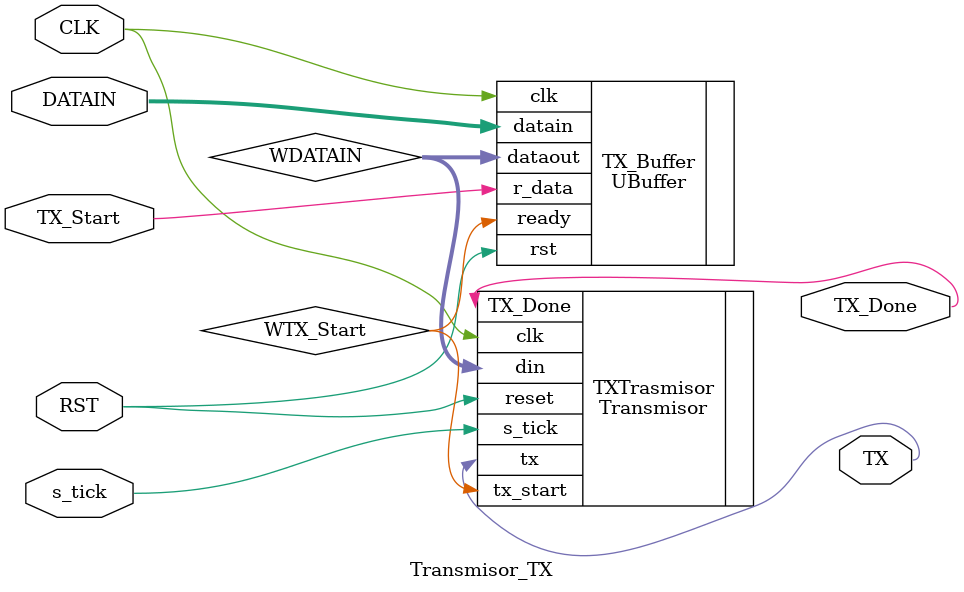
<source format=v>
`timescale 1ns / 1ps

module Transmisor_TX(
    
    //INPUTS
    input wire RST,CLK,TX_Start,
    input wire [7:0] DATAIN,
    input wire s_tick,
    //OUTPUTS
    output wire TX,TX_Done
    );
	 
	//wires
	wire WTX_Start;
	wire [7:0] WDATAIN;

    UBuffer TX_Buffer (.clk(CLK), .rst(RST), .r_data(TX_Start), .datain(DATAIN), .dataout(WDATAIN), .ready(WTX_Start));	 
    Transmisor TXTrasmisor (.clk(CLK), .reset(RST), .tx_start(WTX_Start), .s_tick(s_tick), .din(WDATAIN), .TX_Done(TX_Done), .tx(TX));

endmodule

</source>
